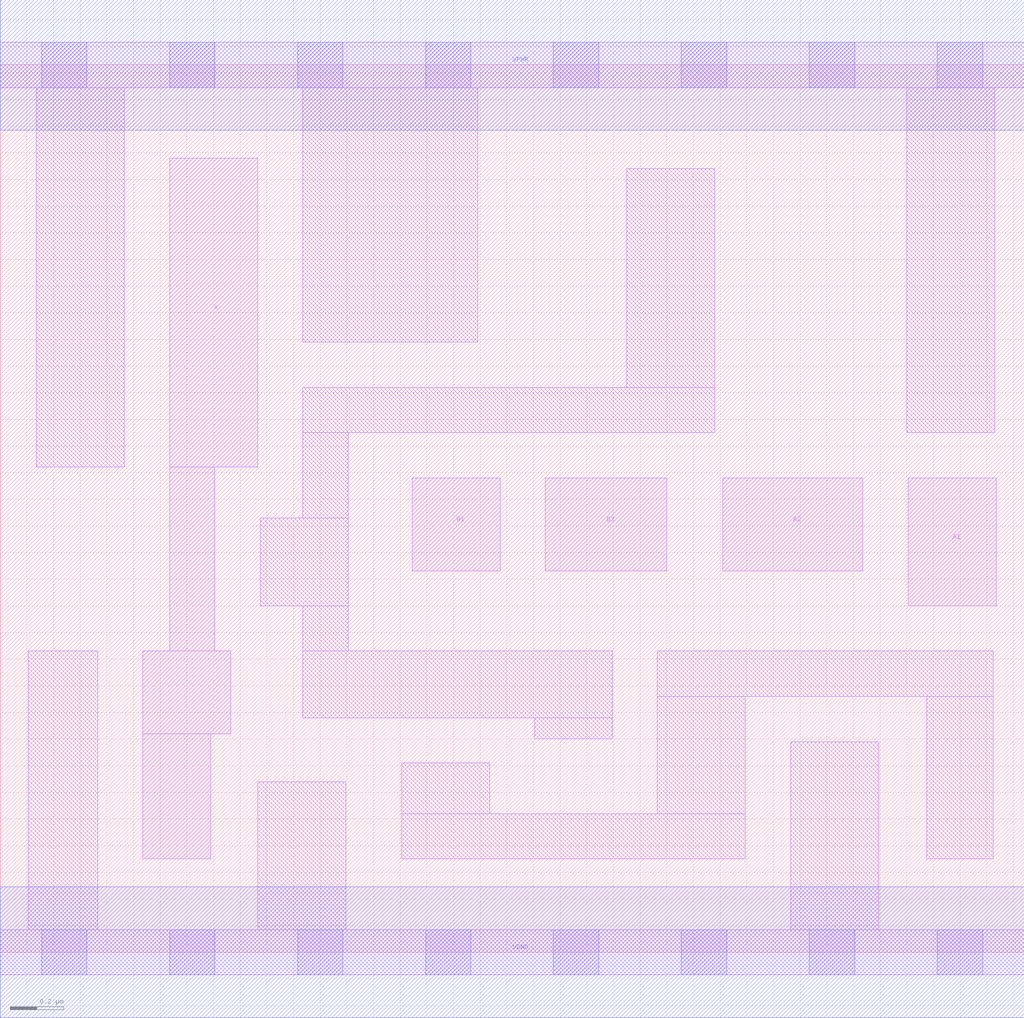
<source format=lef>
# Copyright 2020 The SkyWater PDK Authors
#
# Licensed under the Apache License, Version 2.0 (the "License");
# you may not use this file except in compliance with the License.
# You may obtain a copy of the License at
#
#     https://www.apache.org/licenses/LICENSE-2.0
#
# Unless required by applicable law or agreed to in writing, software
# distributed under the License is distributed on an "AS IS" BASIS,
# WITHOUT WARRANTIES OR CONDITIONS OF ANY KIND, either express or implied.
# See the License for the specific language governing permissions and
# limitations under the License.
#
# SPDX-License-Identifier: Apache-2.0

VERSION 5.7 ;
  NOWIREEXTENSIONATPIN ON ;
  DIVIDERCHAR "/" ;
  BUSBITCHARS "[]" ;
UNITS
  DATABASE MICRONS 200 ;
END UNITS
MACRO sky130_fd_sc_ls__o22a_2
  CLASS CORE ;
  FOREIGN sky130_fd_sc_ls__o22a_2 ;
  ORIGIN  0.000000  0.000000 ;
  SIZE  3.840000 BY  3.330000 ;
  SYMMETRY X Y ;
  SITE unit ;
  PIN A1
    ANTENNAGATEAREA  0.261000 ;
    DIRECTION INPUT ;
    USE SIGNAL ;
    PORT
      LAYER li1 ;
        RECT 3.405000 1.300000 3.735000 1.780000 ;
    END
  END A1
  PIN A2
    ANTENNAGATEAREA  0.261000 ;
    DIRECTION INPUT ;
    USE SIGNAL ;
    PORT
      LAYER li1 ;
        RECT 2.710000 1.430000 3.235000 1.780000 ;
    END
  END A2
  PIN B1
    ANTENNAGATEAREA  0.261000 ;
    DIRECTION INPUT ;
    USE SIGNAL ;
    PORT
      LAYER li1 ;
        RECT 1.545000 1.430000 1.875000 1.780000 ;
    END
  END B1
  PIN B2
    ANTENNAGATEAREA  0.261000 ;
    DIRECTION INPUT ;
    USE SIGNAL ;
    PORT
      LAYER li1 ;
        RECT 2.045000 1.430000 2.500000 1.780000 ;
    END
  END B2
  PIN X
    ANTENNADIFFAREA  0.543200 ;
    DIRECTION OUTPUT ;
    USE SIGNAL ;
    PORT
      LAYER li1 ;
        RECT 0.535000 0.350000 0.790000 0.820000 ;
        RECT 0.535000 0.820000 0.865000 1.130000 ;
        RECT 0.635000 1.130000 0.805000 1.820000 ;
        RECT 0.635000 1.820000 0.965000 2.980000 ;
    END
  END X
  PIN VGND
    DIRECTION INOUT ;
    SHAPE ABUTMENT ;
    USE GROUND ;
    PORT
      LAYER met1 ;
        RECT 0.000000 -0.245000 3.840000 0.245000 ;
    END
  END VGND
  PIN VPWR
    DIRECTION INOUT ;
    SHAPE ABUTMENT ;
    USE POWER ;
    PORT
      LAYER met1 ;
        RECT 0.000000 3.085000 3.840000 3.575000 ;
    END
  END VPWR
  OBS
    LAYER li1 ;
      RECT 0.000000 -0.085000 3.840000 0.085000 ;
      RECT 0.000000  3.245000 3.840000 3.415000 ;
      RECT 0.105000  0.085000 0.365000 1.130000 ;
      RECT 0.135000  1.820000 0.465000 3.245000 ;
      RECT 0.965000  0.085000 1.295000 0.640000 ;
      RECT 0.975000  1.300000 1.305000 1.630000 ;
      RECT 1.135000  0.880000 2.295000 1.130000 ;
      RECT 1.135000  1.130000 1.305000 1.300000 ;
      RECT 1.135000  1.630000 1.305000 1.950000 ;
      RECT 1.135000  1.950000 2.680000 2.120000 ;
      RECT 1.135000  2.290000 1.790000 3.245000 ;
      RECT 1.505000  0.350000 2.795000 0.520000 ;
      RECT 1.505000  0.520000 1.835000 0.710000 ;
      RECT 2.005000  0.800000 2.295000 0.880000 ;
      RECT 2.350000  2.120000 2.680000 2.940000 ;
      RECT 2.465000  0.520000 2.795000 0.960000 ;
      RECT 2.465000  0.960000 3.725000 1.130000 ;
      RECT 2.965000  0.085000 3.295000 0.790000 ;
      RECT 3.400000  1.950000 3.730000 3.245000 ;
      RECT 3.475000  0.350000 3.725000 0.960000 ;
    LAYER mcon ;
      RECT 0.155000 -0.085000 0.325000 0.085000 ;
      RECT 0.155000  3.245000 0.325000 3.415000 ;
      RECT 0.635000 -0.085000 0.805000 0.085000 ;
      RECT 0.635000  3.245000 0.805000 3.415000 ;
      RECT 1.115000 -0.085000 1.285000 0.085000 ;
      RECT 1.115000  3.245000 1.285000 3.415000 ;
      RECT 1.595000 -0.085000 1.765000 0.085000 ;
      RECT 1.595000  3.245000 1.765000 3.415000 ;
      RECT 2.075000 -0.085000 2.245000 0.085000 ;
      RECT 2.075000  3.245000 2.245000 3.415000 ;
      RECT 2.555000 -0.085000 2.725000 0.085000 ;
      RECT 2.555000  3.245000 2.725000 3.415000 ;
      RECT 3.035000 -0.085000 3.205000 0.085000 ;
      RECT 3.035000  3.245000 3.205000 3.415000 ;
      RECT 3.515000 -0.085000 3.685000 0.085000 ;
      RECT 3.515000  3.245000 3.685000 3.415000 ;
  END
END sky130_fd_sc_ls__o22a_2
END LIBRARY

</source>
